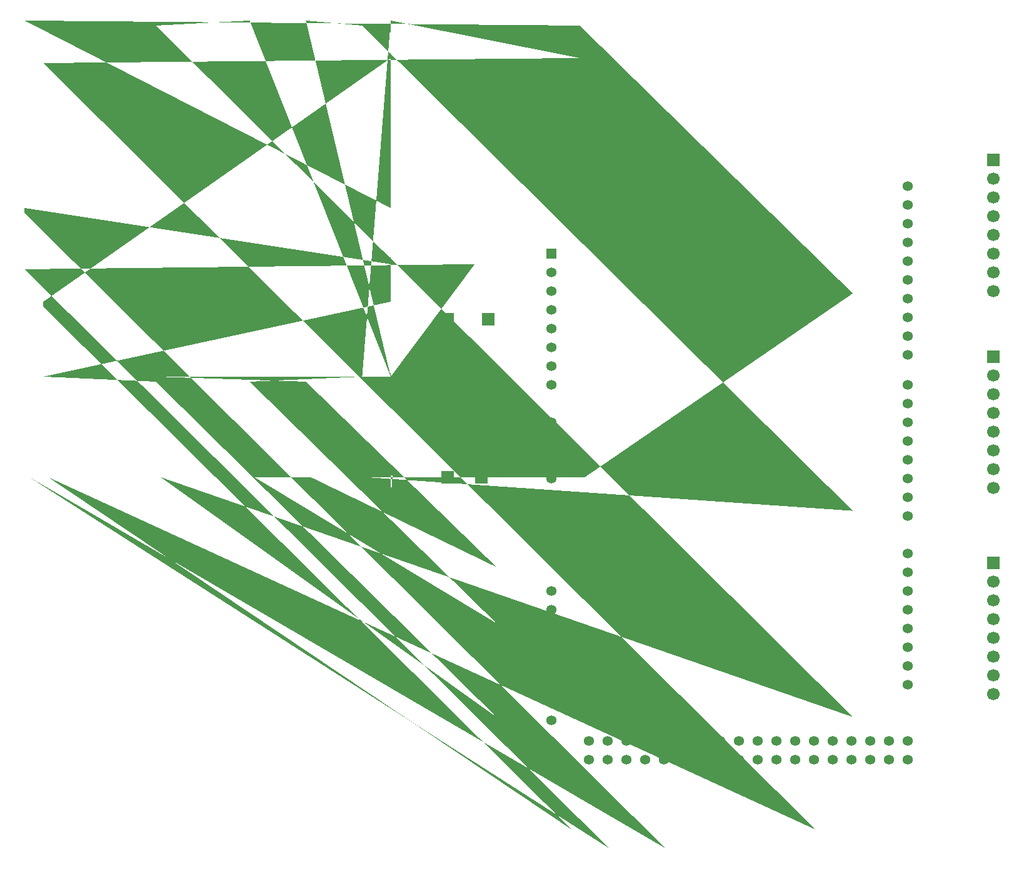
<source format=gbr>
%TF.GenerationSoftware,Flux,Pcbnew,7.0.11-7.0.11~ubuntu20.04.1*%
%TF.CreationDate,2024-04-02T09:14:25+00:00*%
%TF.ProjectId,input,696e7075-742e-46b6-9963-61645f706362,rev?*%
%TF.SameCoordinates,Original*%
%TF.FileFunction,Copper,L3,Inr*%
%TF.FilePolarity,Positive*%
%FSLAX46Y46*%
G04 Gerber Fmt 4.6, Leading zero omitted, Abs format (unit mm)*
G04 Filename: strong-peach-translation-collar*
G04 Build it with Flux! Visit our site at: https://www.flux.ai (PCBNEW 7.0.11-7.0.11~ubuntu20.04.1) date 2024-04-02 09:14:25*
%MOMM*%
%LPD*%
G01*
G04 APERTURE LIST*
G04 Aperture macros list*
%AMFreePoly0*
4,1,5,0.850000,-0.850000,-0.850000,-0.850000,-0.850000,0.850000,0.850000,0.850000,0.850000,-0.850000,0.850000,-0.850000,$1*%
%AMFreePoly1*
4,1,5,0.679000,-0.679000,-0.679000,-0.679000,-0.679000,0.679000,0.679000,0.679000,0.679000,-0.679000,0.679000,-0.679000,$1*%
%AMFreePoly2*
4,1,129,0.022069,0.299187,0.036723,0.297744,0.051289,0.295583,0.065730,0.292711,0.080014,0.289133,0.094105,0.284858,0.107969,0.279898,0.121572,0.274263,0.134883,0.267967,0.147869,0.261026,0.160499,0.253456,0.172742,0.245275,0.184569,0.236504,0.195952,0.227163,0.206862,0.217274,0.217274,0.206862,0.227163,0.195952,0.236504,0.184569,0.245275,0.172742,0.253456,0.160499,
0.261026,0.147869,0.267967,0.134883,0.274263,0.121572,0.279898,0.107969,0.284858,0.094105,0.289133,0.080014,0.292711,0.065730,0.295583,0.051289,0.297744,0.036723,0.299187,0.022069,0.299910,0.007362,0.299910,-0.007362,0.299187,-0.022069,0.297744,-0.036723,0.295583,-0.051289,0.292711,-0.065730,0.289133,-0.080014,0.284858,-0.094105,0.279898,-0.107969,0.274263,-0.121572,
0.267967,-0.134883,0.261026,-0.147869,0.253456,-0.160499,0.245275,-0.172742,0.236504,-0.184569,0.227163,-0.195952,0.217274,-0.206862,0.206862,-0.217274,0.195952,-0.227163,0.184569,-0.236504,0.172742,-0.245275,0.160499,-0.253456,0.147869,-0.261026,0.134883,-0.267967,0.121572,-0.274263,0.107969,-0.279898,0.094105,-0.284858,0.080014,-0.289133,0.065730,-0.292711,0.051289,-0.295583,
0.036723,-0.297744,0.022069,-0.299187,0.007362,-0.299910,-0.007362,-0.299910,-0.022069,-0.299187,-0.036723,-0.297744,-0.051289,-0.295583,-0.065730,-0.292711,-0.080014,-0.289133,-0.094105,-0.284858,-0.107969,-0.279898,-0.121572,-0.274263,-0.134883,-0.267967,-0.147869,-0.261026,-0.160499,-0.253456,-0.172742,-0.245275,-0.184569,-0.236504,-0.195952,-0.227163,-0.206862,-0.217274,-0.217274,-0.206862,
-0.227163,-0.195952,-0.236504,-0.184569,-0.245275,-0.172742,-0.253456,-0.160499,-0.261026,-0.147869,-0.267967,-0.134883,-0.274263,-0.121572,-0.279898,-0.107969,-0.284858,-0.094105,-0.289133,-0.080014,-0.292711,-0.065730,-0.295583,-0.051289,-0.297744,-0.036723,-0.299187,-0.022069,-0.299910,-0.007362,-0.299910,0.007362,-0.299187,0.022069,-0.297744,0.036723,-0.295583,0.051289,-0.292711,0.065730,
-0.289133,0.080014,-0.284858,0.094105,-0.279898,0.107969,-0.274263,0.121572,-0.267967,0.134883,-0.261026,0.147869,-0.253456,0.160499,-0.245275,0.172742,-0.236504,0.184569,-0.227163,0.195952,-0.217274,0.206862,-0.206862,0.217274,-0.195952,0.227163,-0.184569,0.236504,-0.172742,0.245275,-0.160499,0.253456,-0.147869,0.261026,-0.134883,0.267967,-0.121572,0.274263,-0.107969,0.279898,
-0.094105,0.284858,-0.080014,0.289133,-0.065730,0.292711,-0.051289,0.295583,-0.036723,0.297744,-0.022069,0.299187,-0.007362,0.299910,0.007362,0.299910,0.022069,0.299187,0.022069,0.299187,$1*%
G04 Aperture macros list end*
%TA.AperFunction,ComponentPad*%
%ADD10FreePoly0,0.000000*%
%TD*%
%TA.AperFunction,ComponentPad*%
%ADD11C,1.358000*%
%TD*%
%TA.AperFunction,ComponentPad*%
%ADD12FreePoly1,0.000000*%
%TD*%
%TA.AperFunction,ComponentPad*%
%ADD13C,1.700000*%
%TD*%
%TA.AperFunction,ComponentPad*%
%ADD14FreePoly2,0.000000*%
%TD*%
G04 APERTURE END LIST*
D10*
%TO.N,N/C*%
%TO.C,*%
X0Y-4154800D03*
X4122000Y3465200D03*
X5126800Y10050700D03*
D11*
X61897300Y-21645300D03*
X61897300Y-16565300D03*
X59357300Y-47045300D03*
X33957300Y-49585300D03*
X61897300Y-47045300D03*
X13637300Y11374700D03*
X28877300Y-49585300D03*
X36497300Y-49585300D03*
X61897300Y25598700D03*
X56817300Y-47045300D03*
X23797300Y-47045300D03*
X13637300Y-31805300D03*
X13637300Y-11485300D03*
X61897300Y-3865300D03*
X13637300Y-19105300D03*
X61897300Y-31805300D03*
X28877300Y-47045300D03*
D12*
X13637300Y18994700D03*
D11*
X46657300Y-49585300D03*
X39037300Y-47045300D03*
X13637300Y-16565300D03*
X44117300Y-49585300D03*
X18717300Y-47045300D03*
X61897300Y-6405300D03*
X61897300Y-24185300D03*
X33957300Y-47045300D03*
X51737300Y-47045300D03*
X13637300Y6294700D03*
X21257300Y-47045300D03*
X21257300Y-49585300D03*
X61897300Y-11485300D03*
X61897300Y15438700D03*
X61897300Y23058700D03*
X61897300Y20518700D03*
X26337300Y-47045300D03*
X61897300Y-49585300D03*
X13637300Y-36885300D03*
X61897300Y-8945300D03*
X61897300Y-1325300D03*
X31417300Y-49585300D03*
X41577300Y-49585300D03*
X13637300Y-3865300D03*
X61897300Y17978700D03*
X13637300Y16454700D03*
X13637300Y1214700D03*
X18717300Y-49585300D03*
X61897300Y-39425300D03*
X61897300Y1214700D03*
X36497300Y-47045300D03*
X41577300Y-47045300D03*
X13637300Y-39425300D03*
X13637300Y-8945300D03*
X49197300Y-49585300D03*
X61897300Y12898700D03*
X44117300Y-47045300D03*
X39037300Y-49585300D03*
X13637300Y3754700D03*
X56817300Y-49585300D03*
X13637300Y-41711300D03*
X23797300Y-49585300D03*
X13637300Y-14025300D03*
X61897300Y28138700D03*
X61897300Y10358700D03*
X49197300Y-47045300D03*
X54277300Y-49585300D03*
X31417300Y-47045300D03*
X26337300Y-49585300D03*
X13637300Y-21645300D03*
X61897300Y-29265300D03*
X61897300Y5278700D03*
X61897300Y-36885300D03*
X13637300Y-44251300D03*
X13637300Y13914700D03*
X61897300Y-26725300D03*
X61897300Y-34345300D03*
X59357300Y-49585300D03*
X13637300Y-26725300D03*
X13637300Y-34345300D03*
X54277300Y-47045300D03*
X13637300Y-29265300D03*
X61897300Y-14025300D03*
X61897300Y7818700D03*
X13637300Y8834700D03*
X46657300Y-47045300D03*
X51737300Y-49585300D03*
X13637300Y-6405300D03*
D10*
X-418500Y3465200D03*
X4122000Y-11364700D03*
X-418500Y10050800D03*
X4647000Y-4154600D03*
X-418500Y-11364700D03*
D13*
X73474100Y-30535300D03*
X73474100Y-33075300D03*
X73474100Y-35615300D03*
X73474100Y-25455300D03*
X73474100Y-40695300D03*
D10*
X73474100Y-22915300D03*
D13*
X73474100Y-27995300D03*
X73474100Y-38155300D03*
X73474100Y-2595300D03*
X73474100Y-5135300D03*
X73474100Y-7675300D03*
X73474100Y2484700D03*
X73474100Y-12755300D03*
D10*
X73474100Y5024700D03*
D13*
X73474100Y-55300D03*
X73474100Y-10215300D03*
X73474100Y24007200D03*
X73474100Y21467200D03*
X73474100Y18927200D03*
X73474100Y29087200D03*
X73474100Y13847200D03*
D10*
X73474100Y31627200D03*
D13*
X73474100Y26547200D03*
X73474100Y16387200D03*
D14*
%TO.N,Net 5*%
X-8145800Y-11364700D03*
%TD*%
M02*

</source>
